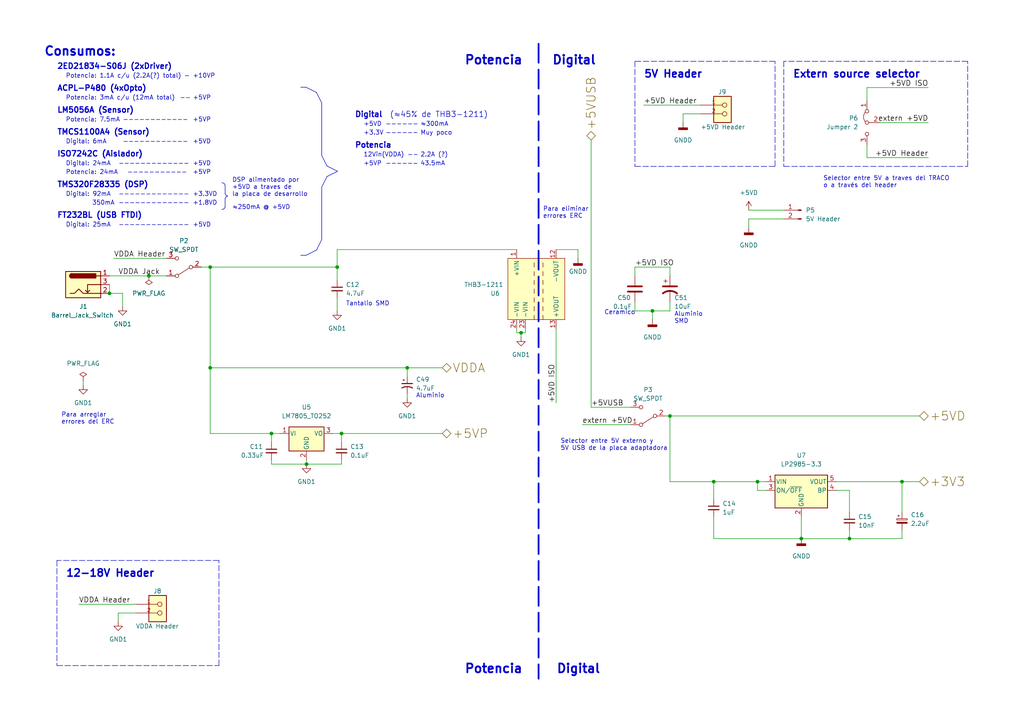
<source format=kicad_sch>
(kicad_sch (version 20211123) (generator eeschema)
  (paper "A4")
  (lib_symbols
    (symbol "Componentes proyecto:THB3-1211"
      (property "Reference" "U" (at 0 -11.43 0))
      (property "Value" "THB3-1211" (at 0 7.62 0))
      (symbol "THB3-1211_0_1"
        (rectangle (start -8.89 6.35) (end 8.89 -10.16) (fill (type background)))
        (polyline (pts (xy -7.62 -3.81) (xy -6.35 -3.81)))
        (polyline (pts (xy -6.35 -1.27) (xy -7.62 -1.27)))
        (polyline (pts (xy -5.08 -3.81) (xy -3.81 -3.81)))
        (polyline (pts (xy -3.81 -1.27) (xy -5.08 -1.27)))
        (polyline (pts (xy -2.54 -3.81) (xy -1.27 -3.81)))
        (polyline (pts (xy -1.27 -1.27) (xy -2.54 -1.27)))
        (polyline (pts (xy 0 -3.81) (xy 1.27 -3.81)))
        (polyline (pts (xy 1.27 -1.27) (xy 0 -1.27)))
        (polyline (pts (xy 2.54 -3.81) (xy 3.81 -3.81)))
        (polyline (pts (xy 3.81 -1.27) (xy 2.54 -1.27)))
        (polyline (pts (xy 5.08 -3.81) (xy 6.35 -3.81)))
        (polyline (pts (xy 6.35 -1.27) (xy 5.08 -1.27)))
        (polyline (pts (xy 7.62 -3.81) (xy 8.89 -3.81)))
        (polyline (pts (xy 8.89 -1.27) (xy 7.62 -1.27)))
      )
      (symbol "THB3-1211_1_1"
        (pin power_in line (at -11.43 3.81 0) (length 2.54) (name "+VIN") (number "1"))
        (pin power_out line (at -11.43 -7.62 0) (length 2.54) (name "-VOUT") (number "12"))
        (pin power_out line (at 11.43 -7.62 180) (length 2.54) (name "+VOUT") (number "13"))
        (pin passive line (at 11.43 1.27 180) (length 2.54) (name "-VIN") (number "23"))
        (pin passive line (at 11.43 3.81 180) (length 2.54) (name "-VIN") (number "24"))
      )
    )
    (symbol "Connector:Barrel_Jack_Switch" (pin_names hide)
      (property "Reference" "J" (at 0 5.334 0))
      (property "Value" "Barrel_Jack_Switch" (at 0 -5.08 0))
      (symbol "Barrel_Jack_Switch_0_1"
        (rectangle (start -5.08 3.81) (end 5.08 -3.81) (stroke (width 0.254)) (fill (type background)))
        (arc (start -3.302 3.175) (mid -3.937 2.54) (end -3.302 1.905) (stroke (width 0.254)))
        (arc (start -3.302 3.175) (mid -3.937 2.54) (end -3.302 1.905) (stroke (width 0.254)) (fill (type outline)))
        (polyline (pts (xy 1.27 -2.286) (xy 1.905 -1.651)) (stroke (width 0.254)))
        (polyline (pts (xy 5.08 2.54) (xy 3.81 2.54)) (stroke (width 0.254)))
        (polyline (pts (xy 5.08 0) (xy 1.27 0) (xy 1.27 -2.286) (xy 0.635 -1.651)) (stroke (width 0.254)))
        (polyline (pts (xy -3.81 -2.54) (xy -2.54 -2.54) (xy -1.27 -1.27) (xy 0 -2.54) (xy 2.54 -2.54) (xy 5.08 -2.54)) (stroke (width 0.254)))
        (rectangle (start 3.683 3.175) (end -3.302 1.905) (stroke (width 0.254)) (fill (type outline)))
      )
      (symbol "Barrel_Jack_Switch_1_1"
        (pin passive line (at 7.62 2.54 180) (length 2.54) (name "~") (number "1"))
        (pin passive line (at 7.62 -2.54 180) (length 2.54) (name "~") (number "2"))
        (pin passive line (at 7.62 0 180) (length 2.54) (name "~") (number "3"))
      )
    )
    (symbol "Connector:Conn_01x02_Male" (pin_names (offset 1.016) hide)
      (property "Reference" "J" (at 0 2.54 0))
      (property "Value" "Conn_01x02_Male" (at 0 -5.08 0))
      (symbol "Conn_01x02_Male_1_1"
        (polyline (pts (xy 1.27 -2.54) (xy 0.8636 -2.54)) (stroke (width 0.1524)))
        (polyline (pts (xy 1.27 0) (xy 0.8636 0)) (stroke (width 0.1524)))
        (rectangle (start 0.8636 -2.413) (end 0 -2.667) (stroke (width 0.1524)) (fill (type outline)))
        (rectangle (start 0.8636 0.127) (end 0 -0.127) (stroke (width 0.1524)) (fill (type outline)))
        (pin passive line (at 5.08 0 180) (length 3.81) (name "Pin_1") (number "1"))
        (pin passive line (at 5.08 -2.54 180) (length 3.81) (name "Pin_2") (number "2"))
      )
    )
    (symbol "Device:C" (pin_numbers hide) (pin_names (offset 0.254))
      (property "Reference" "C" (at 0.635 2.54 0))
      (property "Value" "C" (at 0.635 -2.54 0))
      (symbol "C_0_1"
        (polyline (pts (xy -2.032 -0.762) (xy 2.032 -0.762)) (stroke (width 0.508)))
        (polyline (pts (xy -2.032 0.762) (xy 2.032 0.762)) (stroke (width 0.508)))
      )
      (symbol "C_1_1"
        (pin passive line (at 0 3.81 270) (length 2.794) (name "~") (number "1"))
        (pin passive line (at 0 -3.81 90) (length 2.794) (name "~") (number "2"))
      )
    )
    (symbol "Device:C_Polarized_Small" (pin_numbers hide) (pin_names (offset 0.254) hide)
      (property "Reference" "C" (at 0.254 1.778 0))
      (property "Value" "C_Polarized_Small" (at 0.254 -2.032 0))
      (symbol "C_Polarized_Small_0_1"
        (rectangle (start -1.524 -0.3048) (end 1.524 -0.6858) (fill (type outline)))
        (rectangle (start -1.524 0.6858) (end 1.524 0.3048))
        (polyline (pts (xy -1.27 1.524) (xy -0.762 1.524)))
        (polyline (pts (xy -1.016 1.27) (xy -1.016 1.778)))
      )
      (symbol "C_Polarized_Small_1_1"
        (pin passive line (at 0 2.54 270) (length 1.8542) (name "~") (number "1"))
        (pin passive line (at 0 -2.54 90) (length 1.8542) (name "~") (number "2"))
      )
    )
    (symbol "Device:C_Polarized_Small_US" (pin_numbers hide) (pin_names (offset 0.254) hide)
      (property "Reference" "C" (at 0.254 1.778 0))
      (property "Value" "C_Polarized_Small_US" (at 0.254 -2.032 0))
      (symbol "C_Polarized_Small_US_0_1"
        (polyline (pts (xy -1.524 0.508) (xy 1.524 0.508)) (stroke (width 0.3048)))
        (polyline (pts (xy -1.27 1.524) (xy -0.762 1.524)))
        (polyline (pts (xy -1.016 1.27) (xy -1.016 1.778)))
        (arc (start 1.524 -0.762) (mid 0 -0.3734) (end -1.524 -0.762) (stroke (width 0.3048)))
      )
      (symbol "C_Polarized_Small_US_1_1"
        (pin passive line (at 0 2.54 270) (length 2.032) (name "~") (number "1"))
        (pin passive line (at 0 -2.54 90) (length 2.032) (name "~") (number "2"))
      )
    )
    (symbol "Device:C_Polarized_US" (pin_numbers hide) (pin_names (offset 0.254) hide)
      (property "Reference" "C" (at 0.635 2.54 0))
      (property "Value" "C_Polarized_US" (at 0.635 -2.54 0))
      (symbol "C_Polarized_US_0_1"
        (polyline (pts (xy -2.032 0.762) (xy 2.032 0.762)) (stroke (width 0.508)))
        (polyline (pts (xy -1.778 2.286) (xy -0.762 2.286)))
        (polyline (pts (xy -1.27 1.778) (xy -1.27 2.794)))
        (arc (start 2.032 -1.27) (mid 0 -0.5572) (end -2.032 -1.27) (stroke (width 0.508)))
      )
      (symbol "C_Polarized_US_1_1"
        (pin passive line (at 0 3.81 270) (length 2.794) (name "~") (number "1"))
        (pin passive line (at 0 -3.81 90) (length 3.302) (name "~") (number "2"))
      )
    )
    (symbol "Device:C_Small" (pin_numbers hide) (pin_names (offset 0.254) hide)
      (property "Reference" "C" (at 0.254 1.778 0))
      (property "Value" "C_Small" (at 0.254 -2.032 0))
      (symbol "C_Small_0_1"
        (polyline (pts (xy -1.524 -0.508) (xy 1.524 -0.508)) (stroke (width 0.3302)))
        (polyline (pts (xy -1.524 0.508) (xy 1.524 0.508)) (stroke (width 0.3048)))
      )
      (symbol "C_Small_1_1"
        (pin passive line (at 0 2.54 270) (length 2.032) (name "~") (number "1"))
        (pin passive line (at 0 -2.54 90) (length 2.032) (name "~") (number "2"))
      )
    )
    (symbol "Jumper:Jumper_3_Bridged12" (pin_names (offset 0) hide)
      (property "Reference" "JP" (at -2.54 -2.54 0))
      (property "Value" "Jumper_3_Bridged12" (at 0 2.794 0))
      (symbol "Jumper_3_Bridged12_0_0"
        (circle (center -3.302 0) (radius 0.508))
        (circle (center 0 0) (radius 0.508))
        (circle (center 3.302 0) (radius 0.508))
      )
      (symbol "Jumper_3_Bridged12_0_1"
        (arc (start -0.254 0.508) (mid -1.651 0.9912) (end -3.048 0.508))
        (polyline (pts (xy 0 -1.27) (xy 0 -0.508)))
      )
      (symbol "Jumper_3_Bridged12_1_1"
        (pin passive line (at -6.35 0 0) (length 2.54) (name "A") (number "1"))
        (pin input line (at 0 -3.81 90) (length 2.54) (name "C") (number "2"))
        (pin passive line (at 6.35 0 180) (length 2.54) (name "B") (number "3"))
      )
    )
    (symbol "Phoenix-Contact-2P:1725656" (pin_names (offset 1.016) hide)
      (property "Reference" "J" (at -3.81 5.588 0))
      (property "Value" "1725656" (at -5.588 -4.318 0))
      (symbol "1725656_0_0"
        (rectangle (start -3.81 -2.54) (end 1.27 5.08) (stroke (width 0.254)) (fill (type background)))
        (pin bidirectional inverted (at 5.08 0 180) (length 7.62) (name "~") (number "1"))
        (pin bidirectional inverted (at 5.08 2.54 180) (length 7.62) (name "~") (number "2"))
      )
    )
    (symbol "Regulator_Linear:LM7805_TO220" (pin_names (offset 0.254))
      (property "Reference" "U" (at -3.81 3.175 0))
      (property "Value" "LM7805_TO220" (at 0 3.175 0))
      (symbol "LM7805_TO220_0_1"
        (rectangle (start -5.08 1.905) (end 5.08 -5.08) (stroke (width 0.254)) (fill (type background)))
      )
      (symbol "LM7805_TO220_1_1"
        (pin power_in line (at -7.62 0 0) (length 2.54) (name "VI") (number "1"))
        (pin power_in line (at 0 -7.62 90) (length 2.54) (name "GND") (number "2"))
        (pin power_out line (at 7.62 0 180) (length 2.54) (name "VO") (number "3"))
      )
    )
    (symbol "Regulator_Linear:LP2985-3.3" (pin_names (offset 0.254))
      (property "Reference" "U" (at -6.35 5.715 0))
      (property "Value" "LP2985-3.3" (at 0 5.715 0))
      (symbol "LP2985-3.3_0_1"
        (rectangle (start -7.62 -5.08) (end 7.62 4.445) (stroke (width 0.254)) (fill (type background)))
      )
      (symbol "LP2985-3.3_1_1"
        (pin power_in line (at -10.16 2.54 0) (length 2.54) (name "VIN") (number "1"))
        (pin power_in line (at 0 -7.62 90) (length 2.54) (name "GND") (number "2"))
        (pin input line (at -10.16 0 0) (length 2.54) (name "ON/~{OFF}") (number "3"))
        (pin input line (at 10.16 0 180) (length 2.54) (name "BP") (number "4"))
        (pin power_out line (at 10.16 2.54 180) (length 2.54) (name "VOUT") (number "5"))
      )
    )
    (symbol "Switch:SW_SPDT" (pin_names (offset 0) hide)
      (property "Reference" "SW" (at 0 4.318 0))
      (property "Value" "SW_SPDT" (at 0 -5.08 0))
      (symbol "SW_SPDT_0_0"
        (circle (center -2.032 0) (radius 0.508))
        (circle (center 2.032 -2.54) (radius 0.508))
      )
      (symbol "SW_SPDT_0_1"
        (polyline (pts (xy -1.524 0.254) (xy 1.651 2.286)))
        (circle (center 2.032 2.54) (radius 0.508))
      )
      (symbol "SW_SPDT_1_1"
        (pin passive line (at 5.08 2.54 180) (length 2.54) (name "A") (number "1"))
        (pin passive line (at -5.08 0 0) (length 2.54) (name "B") (number "2"))
        (pin passive line (at 5.08 -2.54 180) (length 2.54) (name "C") (number "3"))
      )
    )
    (symbol "power:+5VD" (power) (pin_names (offset 0))
      (property "Value" "+5VD" (at 0 3.556 0))
      (symbol "+5VD_0_1"
        (polyline (pts (xy -0.762 1.27) (xy 0 2.54)))
        (polyline (pts (xy 0 0) (xy 0 2.54)))
        (polyline (pts (xy 0 2.54) (xy 0.762 1.27)))
      )
      (symbol "+5VD_1_1"
        (pin power_in line (at 0 0 90) (length 0) hide (name "+5VD") (number "1"))
      )
    )
    (symbol "power:GND1" (power) (pin_names (offset 0))
      (property "Value" "GND1" (at 0 -3.81 0))
      (symbol "GND1_0_1"
        (polyline (pts (xy 0 0) (xy 0 -1.27) (xy 1.27 -1.27) (xy 0 -2.54) (xy -1.27 -1.27) (xy 0 -1.27)))
      )
      (symbol "GND1_1_1"
        (pin power_in line (at 0 0 270) (length 0) hide (name "GND1") (number "1"))
      )
    )
    (symbol "power:GNDD" (power) (pin_names (offset 0))
      (property "Value" "GNDD" (at 0 -3.175 0))
      (symbol "GNDD_0_1"
        (rectangle (start -1.27 -1.524) (end 1.27 -2.032) (stroke (width 0.254)) (fill (type outline)))
        (polyline (pts (xy 0 0) (xy 0 -1.524)))
      )
      (symbol "GNDD_1_1"
        (pin power_in line (at 0 0 270) (length 0) hide (name "GNDD") (number "1"))
      )
    )
    (symbol "power:PWR_FLAG" (power) (pin_numbers hide) (pin_names (offset 0) hide)
      (property "Value" "PWR_FLAG" (at 0 3.81 0))
      (symbol "PWR_FLAG_0_0"
        (pin power_out line (at 0 0 90) (length 0) (name "pwr") (number "1"))
      )
      (symbol "PWR_FLAG_0_1"
        (polyline (pts (xy 0 0) (xy 0 1.27) (xy -1.016 1.905) (xy 0 2.54) (xy 1.016 1.905) (xy 0 1.27)))
      )
    )
  )
  (junction (at 246.38 156.21))
  (junction (at 194.31 120.65))
  (junction (at 88.9 134.62))
  (junction (at 78.74 125.73))
  (junction (at 207.01 139.7))
  (junction (at 232.41 156.21))
  (junction (at 31.75 85.09))
  (junction (at 118.11 106.68))
  (junction (at 151.13 96.52))
  (junction (at 60.96 77.47))
  (junction (at 189.23 90.17))
  (junction (at 261.62 139.7))
  (junction (at 97.79 77.47))
  (junction (at 99.06 125.73))
  (junction (at 60.96 106.68))
  (junction (at 219.71 139.7))
  (junction (at 43.18 80.01))
  (wire (pts (xy 251.46 45.72) (xy 251.46 41.91)))
  (wire (pts (xy 189.23 92.71) (xy 189.23 90.17)))
  (wire (pts (xy 217.17 63.5) (xy 227.33 63.5)))
  (wire (pts (xy 207.01 149.86) (xy 207.01 156.21)))
  (wire (pts (xy 251.46 45.72) (xy 269.24 45.72)))
  (wire (pts (xy 149.86 95.25) (xy 149.86 96.52)))
  (wire (pts (xy 171.45 118.11) (xy 182.88 118.11)))
  (wire (pts (xy 96.52 125.73) (xy 99.06 125.73)))
  (polyline (pts (xy 227.33 17.78) (xy 227.33 48.26)))
  (wire (pts (xy 60.96 106.68) (xy 60.96 125.73)))
  (wire (pts (xy 97.79 72.39) (xy 149.86 72.39)))
  (polyline (pts (xy 227.33 48.26) (xy 280.67 48.26)))
  (wire (pts (xy 194.31 77.47) (xy 194.31 80.01)))
  (wire (pts (xy 161.29 95.25) (xy 161.29 116.84)))
  (wire (pts (xy 35.56 85.09) (xy 35.56 88.9)))
  (wire (pts (xy 194.31 87.63) (xy 194.31 90.17)))
  (wire (pts (xy 184.15 77.47) (xy 194.31 77.47)))
  (wire (pts (xy 184.15 80.01) (xy 184.15 77.47)))
  (wire (pts (xy 207.01 139.7) (xy 207.01 144.78)))
  (wire (pts (xy 261.62 153.67) (xy 261.62 156.21)))
  (wire (pts (xy 261.62 139.7) (xy 261.62 148.59)))
  (polyline (pts (xy 184.15 17.78) (xy 184.15 48.26)))
  (wire (pts (xy 161.29 72.39) (xy 167.64 72.39)))
  (wire (pts (xy 207.01 139.7) (xy 194.31 139.7)))
  (wire (pts (xy 246.38 142.24) (xy 246.38 148.59)))
  (wire (pts (xy 186.69 30.48) (xy 203.2 30.48)))
  (wire (pts (xy 97.79 77.47) (xy 97.79 81.28)))
  (wire (pts (xy 232.41 149.86) (xy 232.41 156.21)))
  (wire (pts (xy 60.96 125.73) (xy 78.74 125.73)))
  (wire (pts (xy 171.45 40.64) (xy 171.45 118.11)))
  (polyline (pts (xy 16.51 162.56) (xy 16.51 193.04)))
  (wire (pts (xy 31.75 85.09) (xy 35.56 85.09)))
  (wire (pts (xy 58.42 77.47) (xy 60.96 77.47)))
  (wire (pts (xy 99.06 133.35) (xy 99.06 134.62)))
  (wire (pts (xy 152.4 96.52) (xy 151.13 96.52)))
  (wire (pts (xy 22.86 175.26) (xy 39.37 175.26)))
  (polyline (pts (xy 280.67 48.26) (xy 280.67 17.78)))
  (wire (pts (xy 193.04 120.65) (xy 194.31 120.65)))
  (wire (pts (xy 194.31 120.65) (xy 266.7 120.65)))
  (wire (pts (xy 34.29 177.8) (xy 39.37 177.8)))
  (wire (pts (xy 78.74 133.35) (xy 78.74 134.62)))
  (polyline (pts (xy 63.5 193.04) (xy 63.5 162.56)))
  (wire (pts (xy 246.38 156.21) (xy 261.62 156.21)))
  (wire (pts (xy 217.17 66.04) (xy 217.17 63.5)))
  (wire (pts (xy 222.25 142.24) (xy 219.71 142.24)))
  (wire (pts (xy 261.62 139.7) (xy 266.7 139.7)))
  (wire (pts (xy 118.11 106.68) (xy 128.27 106.68)))
  (polyline (pts (xy 224.79 48.26) (xy 224.79 17.78)))
  (wire (pts (xy 118.11 106.68) (xy 118.11 109.22)))
  (wire (pts (xy 242.57 139.7) (xy 261.62 139.7)))
  (wire (pts (xy 99.06 134.62) (xy 88.9 134.62)))
  (wire (pts (xy 118.11 114.3) (xy 118.11 115.57)))
  (wire (pts (xy 184.15 90.17) (xy 184.15 87.63)))
  (wire (pts (xy 60.96 77.47) (xy 60.96 106.68)))
  (polyline (pts (xy 16.51 193.04) (xy 63.5 193.04)))
  (wire (pts (xy 232.41 156.21) (xy 246.38 156.21)))
  (wire (pts (xy 78.74 125.73) (xy 78.74 128.27)))
  (wire (pts (xy 99.06 125.73) (xy 128.27 125.73)))
  (wire (pts (xy 31.75 80.01) (xy 43.18 80.01)))
  (wire (pts (xy 207.01 156.21) (xy 232.41 156.21)))
  (wire (pts (xy 78.74 134.62) (xy 88.9 134.62)))
  (wire (pts (xy 33.02 74.93) (xy 48.26 74.93)))
  (wire (pts (xy 167.64 72.39) (xy 167.64 74.93)))
  (wire (pts (xy 43.18 80.01) (xy 48.26 80.01)))
  (wire (pts (xy 246.38 153.67) (xy 246.38 156.21)))
  (wire (pts (xy 251.46 25.4) (xy 251.46 29.21)))
  (wire (pts (xy 219.71 142.24) (xy 219.71 139.7)))
  (wire (pts (xy 242.57 142.24) (xy 246.38 142.24)))
  (wire (pts (xy 198.12 35.56) (xy 198.12 33.02)))
  (wire (pts (xy 31.75 85.09) (xy 31.75 82.55)))
  (wire (pts (xy 168.91 123.19) (xy 182.88 123.19)))
  (wire (pts (xy 78.74 125.73) (xy 81.28 125.73)))
  (wire (pts (xy 60.96 106.68) (xy 118.11 106.68)))
  (wire (pts (xy 151.13 97.79) (xy 151.13 96.52)))
  (wire (pts (xy 219.71 139.7) (xy 222.25 139.7)))
  (polyline (pts (xy 280.67 17.78) (xy 227.33 17.78)))
  (wire (pts (xy 149.86 96.52) (xy 151.13 96.52)))
  (wire (pts (xy 217.17 60.96) (xy 227.33 60.96)))
  (wire (pts (xy 152.4 95.25) (xy 152.4 96.52)))
  (wire (pts (xy 97.79 77.47) (xy 97.79 72.39)))
  (wire (pts (xy 198.12 33.02) (xy 203.2 33.02)))
  (polyline (pts (xy 63.5 162.56) (xy 16.51 162.56)))
  (polyline (pts (xy 156.21 12.7) (xy 156.21 196.85)) (stroke (width 0.5)))
  (polyline (pts (xy 224.79 17.78) (xy 184.15 17.78)))
  (wire (pts (xy 207.01 139.7) (xy 219.71 139.7)))
  (wire (pts (xy 189.23 90.17) (xy 184.15 90.17)))
  (wire (pts (xy 34.29 180.34) (xy 34.29 177.8)))
  (wire (pts (xy 251.46 25.4) (xy 269.24 25.4)))
  (wire (pts (xy 24.13 110.49) (xy 24.13 111.76)))
  (wire (pts (xy 255.27 35.56) (xy 269.24 35.56)))
  (polyline (pts (xy 184.15 48.26) (xy 224.79 48.26)))
  (wire (pts (xy 99.06 125.73) (xy 99.06 128.27)))
  (wire (pts (xy 88.9 133.35) (xy 88.9 134.62)))
  (wire (pts (xy 97.79 86.36) (xy 97.79 90.17)))
  (wire (pts (xy 60.96 77.47) (xy 97.79 77.47)))
  (wire (pts (xy 194.31 90.17) (xy 189.23 90.17)))
  (wire (pts (xy 194.31 120.65) (xy 194.31 139.7)))
  (text "350mA" (at 26.67 59.69 0) (effects (font (size 1.27 1.27)) (justify left bottom)))
  (text "+3.3V" (at 105.41 39.37 0) (effects (font (size 1.27 1.27)) (justify left bottom)))
  (text "Consumos:" (at 12.7 16.51 0) (effects (font (size 2.54 2.54) (thickness 0.508) bold) (justify left bottom)))
  (text "Tantalio SMD" (at 100.33 88.9 0) (effects (font (size 1.27 1.27)) (justify left bottom)))
  (text "Potencia: 7.5mA" (at 19.05 35.56 0) (effects (font (size 1.27 1.27)) (justify left bottom)))
  (text "Selector entre 5V externo y \n5V USB de la placa adaptadora" (at 162.56 130.81 0) (effects (font (size 1.27 1.27)) (justify left bottom)))
  (text "Potencia: 3mA c/u (12mA total)" (at 19.05 29.21 0) (effects (font (size 1.27 1.27)) (justify left bottom)))
  (text "(?)" (at 127 45.72 0) (effects (font (size 1.27 1.27)) (justify left bottom)))
  (text "ISO7242C (Aislador)" (at 16.51 45.72 0) (effects (font (size 1.6 1.6) (thickness 0.32) bold) (justify left bottom)))
  (text "Potencia: 1.1A c/u (2.2A(?) total)" (at 19.05 22.86 0) (effects (font (size 1.27 1.27)) (justify left bottom)))
  (text "--" (at 118.11 45.72 0) (effects (font (size 1.27 1.27)) (justify left bottom)))
  (text "Aluminio\nSMD" (at 195.58 93.98 0) (effects (font (size 1.27 1.27)) (justify left bottom)))
  (text "Potencia" (at 134.62 195.58 0) (effects (font (size 2.54 2.54) (thickness 0.508) bold) (justify left bottom)))
  (text "Selector entre 5V a traves del TRACO\no a través del header" (at 238.76 54.61 0) (effects (font (size 1.27 1.27)) (justify left bottom)))
  (text "+5VD" (at 55.88 66.04 0) (effects (font (size 1.27 1.27)) (justify left bottom)))
  (text "Digital: 25mA" (at 19.05 66.04 0) (effects (font (size 1.27 1.27)) (justify left bottom)))
  (text "Digital" (at 161.29 195.58 0) (effects (font (size 2.54 2.54) (thickness 0.508) bold) (justify left bottom)))
  (text "-" (at 53.34 22.86 0) (effects (font (size 1.27 1.27)) (justify left bottom)))
  (text "5V Header" (at 186.69 22.86 0) (effects (font (size 2.1336 2.1336) (thickness 0.4267) bold) (justify left bottom)))
  (text "+5VD" (at 55.88 41.91 0) (effects (font (size 1.27 1.27)) (justify left bottom)))
  (text "+5VP" (at 55.88 35.56 0) (effects (font (size 1.27 1.27)) (justify left bottom)))
  (text "+10VP" (at 55.88 22.86 0) (effects (font (size 1.27 1.27)) (justify left bottom)))
  (text "TMS320F28335 (DSP)" (at 16.51 54.61 0) (effects (font (size 1.6 1.6) (thickness 0.32) bold) (justify left bottom)))
  (text "Potencia: 24mA" (at 19.05 50.8 0) (effects (font (size 1.27 1.27)) (justify left bottom)))
  (text "≈300mA" (at 121.92 36.83 0) (effects (font (size 1.27 1.27)) (justify left bottom)))
  (text "-----------" (at 36.83 50.8 0) (effects (font (size 1.27 1.27)) (justify left bottom)))
  (text "12Vin(VDDA)" (at 105.41 45.72 0) (effects (font (size 1.27 1.27)) (justify left bottom)))
  (text "LM5056A (Sensor)" (at 16.51 33.02 0) (effects (font (size 1.6 1.6) (thickness 0.32) bold) (justify left bottom)))
  (text "Potencia" (at 102.87 43.18 0) (effects (font (size 1.6 1.6) (thickness 0.32) bold) (justify left bottom)))
  (text "12-18V Header" (at 19.05 167.64 0) (effects (font (size 2.1336 2.1336) (thickness 0.4267) bold) (justify left bottom)))
  (text "Digital" (at 102.87 34.29 0) (effects (font (size 1.6 1.6) (thickness 0.32) bold) (justify left bottom)))
  (text "--" (at 52.07 29.21 0) (effects (font (size 1.27 1.27)) (justify left bottom)))
  (text "+5VD" (at 55.88 48.26 0) (effects (font (size 1.27 1.27)) (justify left bottom)))
  (text "43.5mA" (at 121.92 48.26 0) (effects (font (size 1.27 1.27)) (justify left bottom)))
  (text "------------" (at 35.56 35.56 0) (effects (font (size 1.27 1.27)) (justify left bottom)))
  (text "------" (at 111.76 39.37 0) (effects (font (size 1.27 1.27)) (justify left bottom)))
  (text "------" (at 111.76 36.83 0) (effects (font (size 1.27 1.27)) (justify left bottom)))
  (text "ACPL-P480 (4xOpto)" (at 16.51 26.67 0) (effects (font (size 1.6 1.6) (thickness 0.32) bold) (justify left bottom)))
  (text "Para eliminar \nerrores ERC" (at 157.48 63.5 0) (effects (font (size 1.27 1.27)) (justify left bottom)))
  (text "Digital: 92mA" (at 19.05 57.15 0) (effects (font (size 1.27 1.27)) (justify left bottom)))
  (text "+1.8VD" (at 55.88 59.69 0) (effects (font (size 1.27 1.27)) (justify left bottom)))
  (text "+5VD" (at 105.41 36.83 0) (effects (font (size 1.27 1.27)) (justify left bottom)))
  (text "TMCS1100A4 (Sensor)" (at 16.51 39.37 0) (effects (font (size 1.6 1.6) (thickness 0.32) bold) (justify left bottom)))
  (text "Muy poco" (at 121.92 39.37 0) (effects (font (size 1.27 1.27)) (justify left bottom)))
  (text "+5VP" (at 55.88 29.21 0) (effects (font (size 1.27 1.27)) (justify left bottom)))
  (text "Digital: 6mA" (at 19.05 41.91 0) (effects (font (size 1.27 1.27)) (justify left bottom)))
  (text "Extern source selector" (at 229.87 22.86 0) (effects (font (size 2.1336 2.1336) (thickness 0.4267) bold) (justify left bottom)))
  (text "------------" (at 35.56 41.91 0) (effects (font (size 1.27 1.27)) (justify left bottom)))
  (text "-------------" (at 34.29 59.69 0) (effects (font (size 1.27 1.27)) (justify left bottom)))
  (text "≈250mA @ +5VD" (at 67.31 60.96 0) (effects (font (size 1.27 1.27)) (justify left bottom)))
  (text "Ceramico" (at 175.26 91.44 0) (effects (font (size 1.27 1.27)) (justify left bottom)))
  (text "-------------" (at 34.29 66.04 0) (effects (font (size 1.27 1.27)) (justify left bottom)))
  (text "Potencia" (at 134.62 19.05 0) (effects (font (size 2.54 2.54) (thickness 0.508) bold) (justify left bottom)))
  (text "}" (at 82.55 66.04 0) (effects (font (size 32 32)) (justify left bottom)))
  (text "2ED21834-S06J (2xDriver)" (at 16.51 20.32 0) (effects (font (size 1.6 1.6) (thickness 0.32) bold) (justify left bottom)))
  (text "Digital" (at 160.02 19.05 0) (effects (font (size 2.54 2.54) (thickness 0.508) bold) (justify left bottom)))
  (text "DSP alimentado por\n+5VD a traves de\nla placa de desarrollo" (at 67.31 57.15 0) (effects (font (size 1.27 1.27)) (justify left bottom)))
  (text "}" (at 63.5 59.69 0) (effects (font (size 5.08 5.08)) (justify left bottom)))
  (text "-------------" (at 34.29 48.26 0) (effects (font (size 1.27 1.27)) (justify left bottom)))
  (text "FT232BL (USB FTDI)" (at 16.51 63.5 0) (effects (font (size 1.6 1.6) (thickness 0.32) bold) (justify left bottom)))
  (text "+5VP" (at 105.41 48.26 0) (effects (font (size 1.27 1.27)) (justify left bottom)))
  (text "Para arreglar\nerrores del ERC" (at 17.78 123.19 0) (effects (font (size 1.27 1.27)) (justify left bottom)))
  (text "+5VP" (at 55.88 50.8 0) (effects (font (size 1.27 1.27)) (justify left bottom)))
  (text "-------------" (at 34.29 57.15 0) (effects (font (size 1.27 1.27)) (justify left bottom)))
  (text "(≈45% de THB3-1211)" (at 113.03 34.29 0) (effects (font (size 1.6 1.6)) (justify left bottom)))
  (text "------" (at 111.76 48.26 0) (effects (font (size 1.27 1.27)) (justify left bottom)))
  (text "Digital: 24mA" (at 19.05 48.26 0) (effects (font (size 1.27 1.27)) (justify left bottom)))
  (text "+3.3VD" (at 55.88 57.15 0) (effects (font (size 1.27 1.27)) (justify left bottom)))
  (text "Aluminio" (at 120.65 115.57 0) (effects (font (size 1.27 1.27)) (justify left bottom)))
  (text "2.2A" (at 121.92 45.72 0) (effects (font (size 1.27 1.27)) (justify left bottom)))
  (label "extern +5VD" (at 269.24 35.56 180) (effects (font (size 1.524 1.524))))
  (label "+5VD ISO" (at 269.24 25.4 180) (effects (font (size 1.524 1.524))))
  (label "VDDA Jack" (at 34.29 80.01 0) (effects (font (size 1.524 1.524))))
  (label "+5VD Header" (at 186.69 30.48 0) (effects (font (size 1.524 1.524))))
  (label "+5VD ISO" (at 161.29 116.84 90) (effects (font (size 1.524 1.524))))
  (label "VDDA Header" (at 22.86 175.26 0) (effects (font (size 1.524 1.524))))
  (label "extern +5VD" (at 168.91 123.19 0) (effects (font (size 1.524 1.524))))
  (label "+5VD Header" (at 269.24 45.72 180) (effects (font (size 1.524 1.524))))
  (label "+5VUSB" (at 171.45 118.11 0) (effects (font (size 1.524 1.524))))
  (label "+5VD ISO" (at 184.15 77.47 0) (effects (font (size 1.524 1.524))))
  (label "VDDA Header" (at 33.02 74.93 0) (effects (font (size 1.524 1.524))))
  (hierarchical_label "+5VP" (shape bidirectional) (at 128.27 125.73 0) (effects (font (size 2.54 2.54))))
  (hierarchical_label "VDDA" (shape bidirectional) (at 128.27 106.68 0) (effects (font (size 2.54 2.54))))
  (hierarchical_label "+3V3" (shape bidirectional) (at 266.7 139.7 0) (effects (font (size 2.54 2.54))))
  (hierarchical_label "+5VUSB" (shape bidirectional) (at 171.45 40.64 90) (effects (font (size 2.54 2.54))))
  (hierarchical_label "+5VD" (shape bidirectional) (at 266.7 120.65 0) (effects (font (size 2.54 2.54))))
  (symbol (lib_id "power:GND1") (at 118.11 115.57 0) (unit 1)
    (property "Reference" "#PWR0102" (effects hide))
    (property "Value" "GND1" (at 118.11 120.65 0))
  )
  (symbol (lib_id "power:GNDD") (at 198.12 35.56 0) (unit 1)
    (property "Reference" "#PWR038" (effects hide))
    (property "Value" "GNDD" (at 198.12 40.64 0))
  )
  (symbol (lib_id "power:PWR_FLAG") (at 24.13 110.49 0) (unit 1)
    (property "Reference" "#FLG02" (effects hide))
    (property "Value" "PWR_FLAG" (at 24.13 105.41 0))
  )
  (symbol (lib_id "power:GND1") (at 24.13 111.76 0) (unit 1)
    (property "Reference" "#PWR027" (effects hide))
    (property "Value" "GND1" (at 24.13 116.84 0))
  )
  (symbol (lib_id "power:GND1") (at 34.29 180.34 0) (unit 1)
    (property "Reference" "#PWR028" (effects hide))
    (property "Value" "GND1" (at 34.29 185.42 0))
  )
  (symbol (lib_id "Device:C_Small") (at 99.06 130.81 0) (unit 1)
    (property "Reference" "C13" (at 101.6 129.5462 0) (effects (justify left)))
    (property "Value" "0.1uF" (at 101.6 132.0862 0) (effects (justify left)))
    (property "Footprint" "Capacitor_SMD:C_1206_3216Metric_Pad1.33x1.80mm_HandSolder" (effects hide))
  )
  (symbol (lib_id "power:GNDD") (at 232.41 156.21 0) (unit 1)
    (property "Reference" "#PWR041" (effects hide))
    (property "Value" "GNDD" (at 232.41 161.29 0))
  )
  (symbol (lib_id "Device:C_Small") (at 246.38 151.13 0) (unit 1)
    (property "Reference" "C15" (at 248.92 149.8662 0) (effects (justify left)))
    (property "Value" "10nF" (at 248.92 152.4062 0) (effects (justify left)))
    (property "Footprint" "Capacitor_SMD:C_1206_3216Metric_Pad1.33x1.80mm_HandSolder" (effects hide))
  )
  (symbol (lib_id "Regulator_Linear:LM7805_TO220") (at 88.9 125.73 0) (unit 1)
    (property "Reference" "U5" (at 88.9 118.11 0))
    (property "Value" "LM7805_TO252" (at 88.9 120.65 0))
    (property "Footprint" "Package_TO_SOT_SMD:TO-252-2" (effects hide))
    (property "Datasheet" "https://www.onsemi.cn/PowerSolutions/document/MC7800-D.PDF" (effects hide))
  )
  (symbol (lib_id "power:GNDD") (at 167.64 74.93 0) (mirror y) (unit 1)
    (property "Reference" "#PWR035" (effects hide))
    (property "Value" "GNDD" (at 167.64 78.74 0))
  )
  (symbol (lib_id "Device:C") (at 184.15 83.82 0) (unit 1)
    (property "Reference" "C50" (at 179.07 86.36 0) (effects (justify left)))
    (property "Value" "0.1uF" (at 177.8 88.9 0) (effects (justify left)))
    (property "Footprint" "Capacitor_SMD:C_1206_3216Metric_Pad1.33x1.80mm_HandSolder" (effects hide))
  )
  (symbol (lib_id "power:PWR_FLAG") (at 43.18 80.01 0) (mirror x) (unit 1)
    (property "Reference" "#FLG03" (effects hide))
    (property "Value" "PWR_FLAG" (at 43.18 85.09 0))
  )
  (symbol (lib_id "power:GNDD") (at 189.23 92.71 0) (unit 1)
    (property "Reference" "#PWR0101" (effects hide))
    (property "Value" "GNDD" (at 189.23 97.79 0))
  )
  (symbol (lib_id "Device:C_Small") (at 97.79 83.82 0) (unit 1)
    (property "Reference" "C12" (at 100.33 82.5562 0) (effects (justify left)))
    (property "Value" "4.7uF" (at 100.33 85.0962 0) (effects (justify left)))
    (property "Footprint" "Capacitor_Tantalum_SMD:CP_EIA-3528-12_Kemet-T" (effects hide))
  )
  (symbol (lib_id "power:GNDD") (at 217.17 66.04 0) (unit 1)
    (property "Reference" "#PWR040" (effects hide))
    (property "Value" "GNDD" (at 217.17 71.12 0))
  )
  (symbol (lib_id "Componentes proyecto:THB3-1211") (at 153.67 83.82 90) (mirror x) (unit 1)
    (property "Reference" "U6" (at 142.24 85.09 90) (effects (justify right)))
    (property "Value" "THB3-1211" (at 134.62 82.55 90) (effects (justify right)))
    (property "Footprint" "Package_DIP:DIP-24_W15.24mm" (effects hide))
  )
  (symbol (lib_id "power:+5VD") (at 217.17 60.96 0) (unit 1)
    (property "Reference" "#PWR039" (effects hide))
    (property "Value" "+5VD" (at 217.17 55.88 0))
  )
  (symbol (lib_id "Device:C_Polarized_US") (at 194.31 83.82 0) (unit 1)
    (property "Reference" "C51" (at 195.58 86.36 0) (effects (justify left)))
    (property "Value" "10uF" (at 195.58 88.9 0) (effects (justify left)))
    (property "Footprint" "Capacitor_SMD:CP_Elec_3x5.4" (effects hide))
  )
  (symbol (lib_id "Switch:SW_SPDT") (at 187.96 120.65 180) (unit 1)
    (property "Reference" "P3" (at 187.96 113.03 0))
    (property "Value" "SW_SPDT" (at 187.96 115.57 0))
    (property "Footprint" "Connector_PinHeader_2.54mm:PinHeader_1x03_P2.54mm_Vertical" (effects hide))
  )
  (symbol (lib_id "Device:C_Polarized_Small") (at 261.62 151.13 0) (unit 1)
    (property "Reference" "C16" (at 264.16 149.3138 0) (effects (justify left)))
    (property "Value" "2.2uF" (at 264.16 151.8538 0) (effects (justify left)))
    (property "Footprint" "Capacitor_SMD:C_1206_3216Metric_Pad1.33x1.80mm_HandSolder" (effects hide))
  )
  (symbol (lib_id "Device:C_Small") (at 207.01 147.32 0) (unit 1)
    (property "Reference" "C14" (at 209.55 146.0562 0) (effects (justify left)))
    (property "Value" "1uF" (at 209.55 148.5962 0) (effects (justify left)))
    (property "Footprint" "Capacitor_SMD:C_1206_3216Metric_Pad1.33x1.80mm_HandSolder" (effects hide))
  )
  (symbol (lib_id "Jumper:Jumper_3_Bridged12") (at 251.46 35.56 90) (mirror x) (unit 1)
    (property "Reference" "P6" (at 248.92 34.2899 90) (effects (justify left)))
    (property "Value" "Jumper 2" (at 248.92 36.8299 90) (effects (justify left)))
    (property "Footprint" "Connector_PinHeader_2.54mm:PinHeader_1x03_P2.54mm_Vertical" (effects hide))
  )
  (symbol (lib_id "power:GND1") (at 35.56 88.9 0) (unit 1)
    (property "Reference" "#PWR029" (effects hide))
    (property "Value" "GND1" (at 35.56 93.98 0))
  )
  (symbol (lib_id "Connector:Barrel_Jack_Switch") (at 24.13 82.55 0) (unit 1)
    (property "Reference" "J1" (at 25.4 88.9 0) (effects (justify right)))
    (property "Value" "Barrel_Jack_Switch" (at 33.02 91.44 0) (effects (justify right)))
    (property "Footprint" "Connector_BarrelJack:BarrelJack_GCT_DCJ200-10-A_Horizontal" (effects hide))
  )
  (symbol (lib_id "power:GND1") (at 151.13 97.79 0) (unit 1)
    (property "Reference" "#PWR034" (effects hide))
    (property "Value" "GND1" (at 151.13 102.87 0))
  )
  (symbol (lib_id "Device:C_Small") (at 78.74 130.81 0) (unit 1)
    (property "Reference" "C11" (at 72.39 129.54 0) (effects (justify left)))
    (property "Value" "0.33uF" (at 69.85 132.08 0) (effects (justify left)))
    (property "Footprint" "Capacitor_SMD:C_1206_3216Metric_Pad1.33x1.80mm_HandSolder" (effects hide))
  )
  (symbol (lib_id "Phoenix-Contact-2P:1725656") (at 208.28 30.48 180) (unit 1)
    (property "Reference" "J9" (at 208.28 26.67 0) (effects (justify right)))
    (property "Value" "+5VD Header" (at 203.2 36.83 0) (effects (justify right)))
    (property "Footprint" "Phoenix-Contact-2P:Phoenix-Contact-2P" (effects hide))
  )
  (symbol (lib_id "Connector:Conn_01x02_Male") (at 232.41 60.96 0) (mirror y) (unit 1)
    (property "Reference" "P5" (at 233.68 60.9599 0) (effects (justify right)))
    (property "Value" "5V Header" (at 233.68 63.4999 0) (effects (justify right)))
    (property "Footprint" "Connector_PinHeader_2.54mm:PinHeader_1x02_P2.54mm_Vertical" (effects hide))
  )
  (symbol (lib_id "Switch:SW_SPDT") (at 53.34 77.47 180) (unit 1)
    (property "Reference" "P2" (at 53.34 69.85 0))
    (property "Value" "SW_SPDT" (at 53.34 72.39 0))
    (property "Footprint" "Connector_PinHeader_2.54mm:PinHeader_1x03_P2.54mm_Vertical" (effects hide))
  )
  (symbol (lib_id "power:GND1") (at 97.79 90.17 0) (unit 1)
    (property "Reference" "#PWR031" (effects hide))
    (property "Value" "GND1" (at 97.79 95.25 0))
  )
  (symbol (lib_id "Phoenix-Contact-2P:1725656") (at 44.45 175.26 180) (unit 1)
    (property "Reference" "J8" (at 44.45 171.45 0) (effects (justify right)))
    (property "Value" "VDDA Header" (at 39.37 181.61 0) (effects (justify right)))
    (property "Footprint" "Phoenix-Contact-2P:Phoenix-Contact-2P" (effects hide))
  )
  (symbol (lib_id "Device:C_Polarized_Small_US") (at 118.11 111.76 0) (unit 1)
    (property "Reference" "C49" (at 120.65 110.0581 0) (effects (justify left)))
    (property "Value" "4.7uF" (at 120.65 112.5981 0) (effects (justify left)))
    (property "Footprint" "Capacitor_SMD:CP_Elec_3x5.4" (effects hide))
  )
  (symbol (lib_id "Regulator_Linear:LP2985-3.3") (at 232.41 142.24 0) (unit 1)
    (property "Reference" "U7" (at 232.41 132.08 0))
    (property "Value" "LP2985-3.3" (at 232.41 134.62 0))
    (property "Footprint" "Package_TO_SOT_SMD:SOT-23-5" (effects hide))
    (property "Datasheet" "http://www.ti.com/lit/ds/symlink/lp2985.pdf" (effects hide))
  )
  (symbol (lib_id "power:GND1") (at 88.9 134.62 0) (unit 1)
    (property "Reference" "#PWR030" (effects hide))
    (property "Value" "GND1" (at 88.9 139.7 0))
  )
)
</source>
